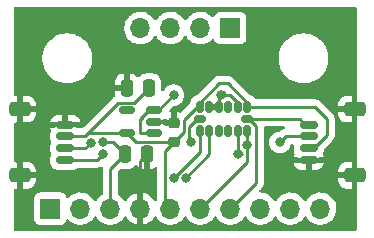
<source format=gbr>
%TF.GenerationSoftware,KiCad,Pcbnew,(6.0.5)*%
%TF.CreationDate,2022-10-11T14:38:52+01:00*%
%TF.ProjectId,IBBC_0001,49424243-5f30-4303-9031-2e6b69636164,rev?*%
%TF.SameCoordinates,Original*%
%TF.FileFunction,Copper,L1,Top*%
%TF.FilePolarity,Positive*%
%FSLAX46Y46*%
G04 Gerber Fmt 4.6, Leading zero omitted, Abs format (unit mm)*
G04 Created by KiCad (PCBNEW (6.0.5)) date 2022-10-11 14:38:52*
%MOMM*%
%LPD*%
G01*
G04 APERTURE LIST*
G04 Aperture macros list*
%AMRoundRect*
0 Rectangle with rounded corners*
0 $1 Rounding radius*
0 $2 $3 $4 $5 $6 $7 $8 $9 X,Y pos of 4 corners*
0 Add a 4 corners polygon primitive as box body*
4,1,4,$2,$3,$4,$5,$6,$7,$8,$9,$2,$3,0*
0 Add four circle primitives for the rounded corners*
1,1,$1+$1,$2,$3*
1,1,$1+$1,$4,$5*
1,1,$1+$1,$6,$7*
1,1,$1+$1,$8,$9*
0 Add four rect primitives between the rounded corners*
20,1,$1+$1,$2,$3,$4,$5,0*
20,1,$1+$1,$4,$5,$6,$7,0*
20,1,$1+$1,$6,$7,$8,$9,0*
20,1,$1+$1,$8,$9,$2,$3,0*%
G04 Aperture macros list end*
%TA.AperFunction,SMDPad,CuDef*%
%ADD10RoundRect,0.150000X0.625000X-0.150000X0.625000X0.150000X-0.625000X0.150000X-0.625000X-0.150000X0*%
%TD*%
%TA.AperFunction,SMDPad,CuDef*%
%ADD11RoundRect,0.250000X0.650000X-0.350000X0.650000X0.350000X-0.650000X0.350000X-0.650000X-0.350000X0*%
%TD*%
%TA.AperFunction,SMDPad,CuDef*%
%ADD12RoundRect,0.150000X-0.625000X0.150000X-0.625000X-0.150000X0.625000X-0.150000X0.625000X0.150000X0*%
%TD*%
%TA.AperFunction,SMDPad,CuDef*%
%ADD13RoundRect,0.250000X-0.650000X0.350000X-0.650000X-0.350000X0.650000X-0.350000X0.650000X0.350000X0*%
%TD*%
%TA.AperFunction,ComponentPad*%
%ADD14R,1.700000X1.700000*%
%TD*%
%TA.AperFunction,ComponentPad*%
%ADD15O,1.700000X1.700000*%
%TD*%
%TA.AperFunction,SMDPad,CuDef*%
%ADD16RoundRect,0.150000X-0.150000X0.325000X-0.150000X-0.325000X0.150000X-0.325000X0.150000X0.325000X0*%
%TD*%
%TA.AperFunction,SMDPad,CuDef*%
%ADD17RoundRect,0.150000X-0.325000X0.150000X-0.325000X-0.150000X0.325000X-0.150000X0.325000X0.150000X0*%
%TD*%
%TA.AperFunction,SMDPad,CuDef*%
%ADD18RoundRect,0.150000X0.512500X0.150000X-0.512500X0.150000X-0.512500X-0.150000X0.512500X-0.150000X0*%
%TD*%
%TA.AperFunction,SMDPad,CuDef*%
%ADD19RoundRect,0.225000X0.250000X-0.225000X0.250000X0.225000X-0.250000X0.225000X-0.250000X-0.225000X0*%
%TD*%
%TA.AperFunction,SMDPad,CuDef*%
%ADD20RoundRect,0.250000X0.250000X0.475000X-0.250000X0.475000X-0.250000X-0.475000X0.250000X-0.475000X0*%
%TD*%
%TA.AperFunction,SMDPad,CuDef*%
%ADD21RoundRect,0.250000X-0.250000X-0.475000X0.250000X-0.475000X0.250000X0.475000X-0.250000X0.475000X0*%
%TD*%
%TA.AperFunction,ViaPad*%
%ADD22C,0.800000*%
%TD*%
%TA.AperFunction,Conductor*%
%ADD23C,0.250000*%
%TD*%
G04 APERTURE END LIST*
D10*
%TO.P,J4,1,Pin_1*%
%TO.N,GND*%
X10452114Y-3500000D03*
%TO.P,J4,2,Pin_2*%
%TO.N,3v3*%
X10452114Y-2500000D03*
%TO.P,J4,3,Pin_3*%
%TO.N,SDA*%
X10452114Y-1500000D03*
%TO.P,J4,4,Pin_4*%
%TO.N,SCL*%
X10452114Y-500000D03*
D11*
%TO.P,J4,MP,MountPin*%
%TO.N,GND*%
X14327114Y800000D03*
X14327114Y-4800000D03*
%TD*%
D12*
%TO.P,J3,1,Pin_1*%
%TO.N,GND*%
X-10164345Y-500000D03*
%TO.P,J3,2,Pin_2*%
%TO.N,3v3*%
X-10164345Y-1500000D03*
%TO.P,J3,3,Pin_3*%
%TO.N,SDA*%
X-10164345Y-2500000D03*
%TO.P,J3,4,Pin_4*%
%TO.N,SCL*%
X-10164345Y-3500000D03*
D13*
%TO.P,J3,MP,MountPin*%
%TO.N,GND*%
X-14039345Y-4800000D03*
X-14039345Y800000D03*
%TD*%
D14*
%TO.P,J1,1,Pin_1*%
%TO.N,EX01*%
X-11430000Y-7604010D03*
D15*
%TO.P,J1,2,Pin_2*%
%TO.N,EX02*%
X-8890000Y-7604010D03*
%TO.P,J1,3,Pin_3*%
%TO.N,Vin*%
X-6350000Y-7604010D03*
%TO.P,J1,4,Pin_4*%
%TO.N,GND*%
X-3810000Y-7604010D03*
%TO.P,J1,5,Pin_5*%
%TO.N,3v3*%
X-1270000Y-7604010D03*
%TO.P,J1,6,Pin_6*%
%TO.N,SDA*%
X1270000Y-7604010D03*
%TO.P,J1,7,Pin_7*%
%TO.N,SCL*%
X3810000Y-7604010D03*
%TO.P,J1,8,Pin_8*%
%TO.N,CS*%
X6350000Y-7604010D03*
%TO.P,J1,9,Pin_9*%
%TO.N,EX03*%
X8890000Y-7604010D03*
%TO.P,J1,10,Pin_10*%
%TO.N,EX04*%
X11430000Y-7604010D03*
%TD*%
D16*
%TO.P,U2,1,Vdd_I/O*%
%TO.N,3v3*%
X5222944Y1000000D03*
%TO.P,U2,2,GND*%
%TO.N,GND*%
X4422944Y1000000D03*
%TO.P,U2,3,RES*%
%TO.N,unconnected-(U2-Pad3)*%
X3622944Y1000000D03*
%TO.P,U2,4,GND*%
%TO.N,GND*%
X2822944Y1000000D03*
%TO.P,U2,5,GND*%
X2022944Y1000000D03*
%TO.P,U2,6,Vs*%
%TO.N,3v3*%
X1222944Y1000000D03*
D17*
%TO.P,U2,7,~{CS}*%
%TO.N,CS*%
X1222944Y0D03*
D16*
%TO.P,U2,8,INT1*%
%TO.N,EX01*%
X1222944Y-1000000D03*
%TO.P,U2,9,INT2*%
%TO.N,EX02*%
X2022944Y-1000000D03*
%TO.P,U2,10,NC*%
%TO.N,unconnected-(U2-Pad10)*%
X2822944Y-1000000D03*
%TO.P,U2,11,RES*%
%TO.N,unconnected-(U2-Pad11)*%
X3622944Y-1000000D03*
%TO.P,U2,12,SDO/ADDR*%
%TO.N,EX03*%
X4422944Y-1000000D03*
%TO.P,U2,13,SDA/SDI/SDIO*%
%TO.N,SDA*%
X5222944Y-1000000D03*
D17*
%TO.P,U2,14,SCL/SCLK*%
%TO.N,SCL*%
X5222944Y0D03*
%TD*%
D18*
%TO.P,U1,5,VOUT*%
%TO.N,3v3*%
X-4955670Y-1200000D03*
%TO.P,U1,4,NC*%
%TO.N,unconnected-(U1-Pad4)*%
X-4955670Y700000D03*
%TO.P,U1,3,EN*%
%TO.N,Vin*%
X-2680670Y700000D03*
%TO.P,U1,2,GND*%
%TO.N,GND*%
X-2680670Y-250000D03*
%TO.P,U1,1,VIN*%
%TO.N,Vin*%
X-2680670Y-1200000D03*
%TD*%
D15*
%TO.P,J2,4,Pin_4*%
%TO.N,EX08*%
X-3810000Y7682089D03*
%TO.P,J2,3,Pin_3*%
%TO.N,EX07*%
X-1270000Y7682089D03*
%TO.P,J2,2,Pin_2*%
%TO.N,EX06*%
X1270000Y7682089D03*
D14*
%TO.P,J2,1,Pin_1*%
%TO.N,EX05*%
X3810000Y7682089D03*
%TD*%
D19*
%TO.P,C3,2*%
%TO.N,GND*%
X-937153Y-400000D03*
%TO.P,C3,1*%
%TO.N,3v3*%
X-937153Y-1950000D03*
%TD*%
D20*
%TO.P,C2,1*%
%TO.N,3v3*%
X-3050000Y2600000D03*
%TO.P,C2,2*%
%TO.N,GND*%
X-4950000Y2600000D03*
%TD*%
D21*
%TO.P,C1,2*%
%TO.N,GND*%
X-3210097Y-3000000D03*
%TO.P,C1,1*%
%TO.N,Vin*%
X-5110097Y-3000000D03*
%TD*%
D22*
%TO.N,CS*%
X498444Y-2010083D03*
%TO.N,SCL*%
X-7000000Y-3000000D03*
%TO.N,SDA*%
X-7999223Y-2023568D03*
%TO.N,GND*%
X3000000Y2000000D03*
%TO.N,Vin*%
X-7000000Y-2000000D03*
X-1000000Y2000000D03*
%TO.N,SDA*%
X8000000Y-2000000D03*
X5222944Y-2222944D03*
%TO.N,EX03*%
X4498444Y-3000000D03*
%TO.N,EX02*%
X12299Y-5012299D03*
%TO.N,EX01*%
X-1000000Y-5000000D03*
%TD*%
D23*
%TO.N,CS*%
X763341Y-2010083D02*
X498444Y-2010083D01*
X773424Y-2000000D02*
X763341Y-2010083D01*
X311887Y-1538463D02*
X773424Y-2000000D01*
X311887Y-688113D02*
X311887Y-1538463D01*
%TO.N,SCL*%
X-7500000Y-3500000D02*
X-7000000Y-3000000D01*
X-10164345Y-3500000D02*
X-7500000Y-3500000D01*
%TO.N,SDA*%
X-8475655Y-2500000D02*
X-10164345Y-2500000D01*
X-7999223Y-2023568D02*
X-8475655Y-2500000D01*
%TO.N,3v3*%
X-1736810Y-7137200D02*
X-1270000Y-7604010D01*
X-1736810Y-2749657D02*
X-1736810Y-7137200D01*
X-937153Y-1950000D02*
X-1736810Y-2749657D01*
%TO.N,GND*%
X2822944Y1822944D02*
X2822944Y1000000D01*
X3000000Y2000000D02*
X2822944Y1822944D01*
X3769016Y2000000D02*
X3000000Y2000000D01*
X4422944Y1346072D02*
X3769016Y2000000D01*
X4422944Y1000000D02*
X4422944Y1346072D01*
%TO.N,3v3*%
X5222944Y1346072D02*
X5222944Y1000000D01*
X1222944Y1346072D02*
X2876872Y3000000D01*
X3569016Y3000000D02*
X5222944Y1346072D01*
X1222944Y1000000D02*
X1222944Y1346072D01*
X2876872Y3000000D02*
X3569016Y3000000D01*
%TO.N,Vin*%
X-6110097Y-2000000D02*
X-5110097Y-3000000D01*
X-7000000Y-2000000D02*
X-6110097Y-2000000D01*
X-2300000Y700000D02*
X-1000000Y2000000D01*
X-2680670Y700000D02*
X-2300000Y700000D01*
%TO.N,3v3*%
X-8200000Y-1200000D02*
X-8500000Y-1500000D01*
X-4955670Y-1200000D02*
X-8200000Y-1200000D01*
X12000000Y-1398186D02*
X12000000Y0D01*
X12000000Y0D02*
X11000000Y1000000D01*
X10898186Y-2500000D02*
X12000000Y-1398186D01*
X11000000Y1000000D02*
X5222944Y1000000D01*
X10452114Y-2500000D02*
X10898186Y-2500000D01*
%TO.N,SDA*%
X8500000Y-1500000D02*
X10164345Y-1500000D01*
X8000000Y-2000000D02*
X8500000Y-1500000D01*
X5222944Y-3651066D02*
X1270000Y-7604010D01*
X5222944Y-1000000D02*
X5222944Y-3651066D01*
%TO.N,EX03*%
X4773424Y-3000000D02*
X4498444Y-3000000D01*
X4422944Y-2649520D02*
X4773424Y-3000000D01*
X4422944Y-1000000D02*
X4422944Y-2649520D01*
%TO.N,CS*%
X1000000Y0D02*
X311887Y-688113D01*
X1222944Y0D02*
X1000000Y0D01*
%TO.N,EX02*%
X2000000Y-1000000D02*
X2022944Y-1000000D01*
X2000000Y-3024598D02*
X2000000Y-1000000D01*
X12299Y-5012299D02*
X2000000Y-3024598D01*
%TO.N,EX01*%
X1222944Y-2777056D02*
X-1000000Y-5000000D01*
X1222944Y-1000000D02*
X1222944Y-2777056D01*
%TO.N,3v3*%
X-8500000Y-1500000D02*
X-10164345Y-1500000D01*
X-5675480Y1324520D02*
X-8500000Y-1500000D01*
X-3050000Y2600000D02*
X-4325480Y1324520D01*
X-4325480Y1324520D02*
X-5675480Y1324520D01*
%TO.N,GND*%
X-3810000Y-3599903D02*
X-3810000Y-7604010D01*
X-3210097Y-3000000D02*
X-3810000Y-3599903D01*
%TO.N,Vin*%
X-3764242Y0D02*
X-3064242Y700000D01*
%TO.N,3v3*%
X-4205670Y-1950000D02*
X-937153Y-1950000D01*
X-4955670Y-1200000D02*
X-4205670Y-1950000D01*
%TO.N,GND*%
X2022944Y1000000D02*
X2822944Y1000000D01*
X2022944Y1346072D02*
X2022944Y1000000D01*
X-937153Y-400000D02*
X-937153Y-14025D01*
%TO.N,3v3*%
X-137633Y-137633D02*
X1000000Y1000000D01*
X-137633Y-1150480D02*
X-137633Y-137633D01*
X-937153Y-1950000D02*
X-137633Y-1150480D01*
X1000000Y1000000D02*
X1222944Y1000000D01*
%TO.N,GND*%
X-1087153Y-250000D02*
X-937153Y-400000D01*
X-2680670Y-250000D02*
X-1087153Y-250000D01*
%TO.N,Vin*%
X-3064242Y700000D02*
X-2680670Y700000D01*
X-3800000Y-35758D02*
X-3064242Y700000D01*
X-3800000Y-1200000D02*
X-3800000Y-35758D01*
X-2680670Y-1200000D02*
X-3800000Y-1200000D01*
X-3310097Y-1200000D02*
X-2680670Y-1200000D01*
X-6350000Y-4239903D02*
X-6350000Y-7604010D01*
X-5110097Y-3000000D02*
X-6350000Y-4239903D01*
%TO.N,SCL*%
X9664345Y0D02*
X10164345Y-500000D01*
X5222944Y0D02*
X9664345Y0D01*
X6000000Y-630984D02*
X6000000Y-5414010D01*
X5369016Y0D02*
X6000000Y-630984D01*
X6000000Y-5414010D02*
X3810000Y-7604010D01*
X5222944Y0D02*
X5369016Y0D01*
%TD*%
%TA.AperFunction,Conductor*%
%TO.N,GND*%
G36*
X14433621Y9471498D02*
G01*
X14480114Y9417842D01*
X14491500Y9365500D01*
X14491500Y-9365500D01*
X14471498Y-9433621D01*
X14417842Y-9480114D01*
X14365500Y-9491500D01*
X-14365500Y-9491500D01*
X-14433621Y-9471498D01*
X-14480114Y-9417842D01*
X-14491500Y-9365500D01*
X-14491500Y-8502144D01*
X-12788500Y-8502144D01*
X-12781745Y-8564326D01*
X-12730615Y-8700715D01*
X-12643261Y-8817271D01*
X-12526705Y-8904625D01*
X-12390316Y-8955755D01*
X-12328134Y-8962510D01*
X-10531866Y-8962510D01*
X-10469684Y-8955755D01*
X-10333295Y-8904625D01*
X-10216739Y-8817271D01*
X-10129385Y-8700715D01*
X-10107201Y-8641539D01*
X-10085402Y-8583392D01*
X-10042760Y-8526628D01*
X-9976198Y-8501928D01*
X-9906850Y-8517136D01*
X-9872183Y-8545124D01*
X-9843750Y-8577948D01*
X-9671874Y-8720642D01*
X-9479000Y-8833348D01*
X-9270308Y-8913040D01*
X-9265240Y-8914071D01*
X-9265237Y-8914072D01*
X-9170138Y-8933420D01*
X-9051403Y-8957577D01*
X-9046228Y-8957767D01*
X-9046226Y-8957767D01*
X-8833327Y-8965574D01*
X-8833323Y-8965574D01*
X-8828163Y-8965763D01*
X-8823043Y-8965107D01*
X-8823041Y-8965107D01*
X-8611712Y-8938035D01*
X-8611711Y-8938035D01*
X-8606584Y-8937378D01*
X-8601634Y-8935893D01*
X-8397571Y-8874671D01*
X-8397566Y-8874669D01*
X-8392616Y-8873184D01*
X-8192006Y-8774906D01*
X-8010140Y-8645183D01*
X-7851904Y-8487499D01*
X-7721547Y-8306087D01*
X-7720224Y-8307038D01*
X-7673355Y-8263867D01*
X-7603420Y-8251635D01*
X-7537974Y-8279154D01*
X-7510125Y-8311004D01*
X-7450013Y-8409098D01*
X-7303750Y-8577948D01*
X-7131874Y-8720642D01*
X-6939000Y-8833348D01*
X-6730308Y-8913040D01*
X-6725240Y-8914071D01*
X-6725237Y-8914072D01*
X-6630138Y-8933420D01*
X-6511403Y-8957577D01*
X-6506228Y-8957767D01*
X-6506226Y-8957767D01*
X-6293327Y-8965574D01*
X-6293323Y-8965574D01*
X-6288163Y-8965763D01*
X-6283043Y-8965107D01*
X-6283041Y-8965107D01*
X-6071712Y-8938035D01*
X-6071711Y-8938035D01*
X-6066584Y-8937378D01*
X-6061634Y-8935893D01*
X-5857571Y-8874671D01*
X-5857566Y-8874669D01*
X-5852616Y-8873184D01*
X-5652006Y-8774906D01*
X-5470140Y-8645183D01*
X-5311904Y-8487499D01*
X-5181547Y-8306087D01*
X-5180360Y-8306940D01*
X-5133040Y-8263372D01*
X-5063103Y-8251155D01*
X-4997662Y-8278688D01*
X-4969834Y-8310521D01*
X-4912306Y-8404398D01*
X-4906223Y-8412709D01*
X-4766787Y-8573677D01*
X-4759420Y-8580893D01*
X-4595566Y-8716926D01*
X-4587119Y-8722841D01*
X-4403244Y-8830289D01*
X-4393958Y-8834739D01*
X-4194999Y-8910713D01*
X-4185101Y-8913589D01*
X-4081750Y-8934616D01*
X-4067701Y-8933420D01*
X-4064000Y-8923075D01*
X-4064000Y-6287112D01*
X-4067918Y-6273768D01*
X-4082194Y-6271781D01*
X-4120676Y-6277670D01*
X-4130712Y-6280061D01*
X-4333132Y-6346222D01*
X-4342641Y-6350219D01*
X-4531537Y-6448552D01*
X-4540262Y-6454046D01*
X-4710567Y-6581915D01*
X-4718274Y-6588758D01*
X-4865410Y-6742727D01*
X-4871891Y-6750732D01*
X-4976502Y-6904084D01*
X-5031413Y-6949086D01*
X-5101938Y-6957257D01*
X-5165685Y-6926003D01*
X-5186382Y-6901519D01*
X-5267178Y-6776627D01*
X-5267180Y-6776624D01*
X-5269986Y-6772287D01*
X-5420330Y-6607061D01*
X-5424381Y-6603862D01*
X-5424385Y-6603858D01*
X-5591586Y-6471810D01*
X-5591590Y-6471808D01*
X-5595641Y-6468608D01*
X-5600165Y-6466111D01*
X-5600169Y-6466108D01*
X-5651392Y-6437832D01*
X-5701364Y-6387400D01*
X-5716500Y-6327523D01*
X-5716500Y-4554497D01*
X-5696498Y-4486376D01*
X-5679595Y-4465402D01*
X-5484598Y-4270405D01*
X-5422286Y-4236379D01*
X-5395503Y-4233500D01*
X-4809697Y-4233500D01*
X-4806451Y-4233163D01*
X-4806447Y-4233163D01*
X-4710789Y-4223238D01*
X-4710785Y-4223237D01*
X-4703931Y-4222526D01*
X-4697395Y-4220345D01*
X-4697393Y-4220345D01*
X-4543099Y-4168868D01*
X-4536151Y-4166550D01*
X-4385749Y-4073478D01*
X-4260792Y-3948303D01*
X-4257995Y-3943765D01*
X-4200744Y-3903176D01*
X-4129821Y-3899946D01*
X-4068410Y-3935572D01*
X-4061035Y-3944068D01*
X-4052999Y-3954207D01*
X-3938268Y-4068739D01*
X-3926857Y-4077751D01*
X-3788854Y-4162816D01*
X-3775673Y-4168963D01*
X-3621387Y-4220138D01*
X-3608011Y-4223005D01*
X-3513659Y-4232672D01*
X-3507243Y-4233000D01*
X-3482212Y-4233000D01*
X-3466973Y-4228525D01*
X-3465768Y-4227135D01*
X-3464097Y-4219452D01*
X-3464097Y-2872000D01*
X-3444095Y-2803879D01*
X-3390439Y-2757386D01*
X-3338097Y-2746000D01*
X-3082097Y-2746000D01*
X-3013976Y-2766002D01*
X-2967483Y-2819658D01*
X-2956097Y-2872000D01*
X-2956097Y-4214884D01*
X-2951622Y-4230123D01*
X-2950232Y-4231328D01*
X-2942549Y-4232999D01*
X-2913002Y-4232999D01*
X-2906483Y-4232662D01*
X-2810891Y-4222743D01*
X-2797497Y-4219851D01*
X-2643313Y-4168412D01*
X-2630134Y-4162238D01*
X-2562613Y-4120455D01*
X-2494161Y-4101617D01*
X-2426391Y-4122778D01*
X-2380820Y-4177219D01*
X-2370310Y-4227599D01*
X-2370310Y-6767280D01*
X-2392220Y-6838281D01*
X-2437104Y-6904078D01*
X-2492013Y-6949079D01*
X-2562538Y-6957250D01*
X-2626285Y-6925996D01*
X-2646982Y-6901512D01*
X-2727574Y-6776936D01*
X-2733864Y-6768767D01*
X-2877194Y-6611250D01*
X-2884727Y-6604225D01*
X-3051861Y-6472232D01*
X-3060448Y-6466527D01*
X-3246883Y-6363609D01*
X-3256295Y-6359379D01*
X-3457041Y-6288290D01*
X-3467012Y-6285656D01*
X-3538163Y-6272982D01*
X-3551460Y-6274442D01*
X-3556000Y-6288999D01*
X-3556000Y-8922527D01*
X-3551936Y-8936369D01*
X-3538522Y-8938403D01*
X-3531816Y-8937544D01*
X-3521738Y-8935402D01*
X-3317745Y-8874201D01*
X-3308158Y-8870443D01*
X-3116905Y-8776749D01*
X-3108055Y-8771474D01*
X-2934672Y-8647802D01*
X-2926800Y-8641149D01*
X-2775948Y-8490822D01*
X-2769270Y-8482975D01*
X-2641978Y-8305829D01*
X-2640721Y-8306732D01*
X-2593627Y-8263372D01*
X-2523689Y-8251155D01*
X-2458249Y-8278688D01*
X-2430421Y-8310521D01*
X-2370013Y-8409098D01*
X-2223750Y-8577948D01*
X-2051874Y-8720642D01*
X-1859000Y-8833348D01*
X-1650308Y-8913040D01*
X-1645240Y-8914071D01*
X-1645237Y-8914072D01*
X-1550138Y-8933420D01*
X-1431403Y-8957577D01*
X-1426228Y-8957767D01*
X-1426226Y-8957767D01*
X-1213327Y-8965574D01*
X-1213323Y-8965574D01*
X-1208163Y-8965763D01*
X-1203043Y-8965107D01*
X-1203041Y-8965107D01*
X-991712Y-8938035D01*
X-991711Y-8938035D01*
X-986584Y-8937378D01*
X-981634Y-8935893D01*
X-777571Y-8874671D01*
X-777566Y-8874669D01*
X-772616Y-8873184D01*
X-572006Y-8774906D01*
X-390140Y-8645183D01*
X-231904Y-8487499D01*
X-101547Y-8306087D01*
X-100224Y-8307038D01*
X-53355Y-8263867D01*
X16580Y-8251635D01*
X82026Y-8279154D01*
X109875Y-8311004D01*
X169987Y-8409098D01*
X316250Y-8577948D01*
X488126Y-8720642D01*
X681000Y-8833348D01*
X889692Y-8913040D01*
X894760Y-8914071D01*
X894763Y-8914072D01*
X989862Y-8933420D01*
X1108597Y-8957577D01*
X1113772Y-8957767D01*
X1113774Y-8957767D01*
X1326673Y-8965574D01*
X1326677Y-8965574D01*
X1331837Y-8965763D01*
X1336957Y-8965107D01*
X1336959Y-8965107D01*
X1548288Y-8938035D01*
X1548289Y-8938035D01*
X1553416Y-8937378D01*
X1558366Y-8935893D01*
X1762429Y-8874671D01*
X1762434Y-8874669D01*
X1767384Y-8873184D01*
X1967994Y-8774906D01*
X2149860Y-8645183D01*
X2308096Y-8487499D01*
X2438453Y-8306087D01*
X2439776Y-8307038D01*
X2486645Y-8263867D01*
X2556580Y-8251635D01*
X2622026Y-8279154D01*
X2649875Y-8311004D01*
X2709987Y-8409098D01*
X2856250Y-8577948D01*
X3028126Y-8720642D01*
X3221000Y-8833348D01*
X3429692Y-8913040D01*
X3434760Y-8914071D01*
X3434763Y-8914072D01*
X3529862Y-8933420D01*
X3648597Y-8957577D01*
X3653772Y-8957767D01*
X3653774Y-8957767D01*
X3866673Y-8965574D01*
X3866677Y-8965574D01*
X3871837Y-8965763D01*
X3876957Y-8965107D01*
X3876959Y-8965107D01*
X4088288Y-8938035D01*
X4088289Y-8938035D01*
X4093416Y-8937378D01*
X4098366Y-8935893D01*
X4302429Y-8874671D01*
X4302434Y-8874669D01*
X4307384Y-8873184D01*
X4507994Y-8774906D01*
X4689860Y-8645183D01*
X4848096Y-8487499D01*
X4978453Y-8306087D01*
X4979776Y-8307038D01*
X5026645Y-8263867D01*
X5096580Y-8251635D01*
X5162026Y-8279154D01*
X5189875Y-8311004D01*
X5249987Y-8409098D01*
X5396250Y-8577948D01*
X5568126Y-8720642D01*
X5761000Y-8833348D01*
X5969692Y-8913040D01*
X5974760Y-8914071D01*
X5974763Y-8914072D01*
X6069862Y-8933420D01*
X6188597Y-8957577D01*
X6193772Y-8957767D01*
X6193774Y-8957767D01*
X6406673Y-8965574D01*
X6406677Y-8965574D01*
X6411837Y-8965763D01*
X6416957Y-8965107D01*
X6416959Y-8965107D01*
X6628288Y-8938035D01*
X6628289Y-8938035D01*
X6633416Y-8937378D01*
X6638366Y-8935893D01*
X6842429Y-8874671D01*
X6842434Y-8874669D01*
X6847384Y-8873184D01*
X7047994Y-8774906D01*
X7229860Y-8645183D01*
X7388096Y-8487499D01*
X7518453Y-8306087D01*
X7519776Y-8307038D01*
X7566645Y-8263867D01*
X7636580Y-8251635D01*
X7702026Y-8279154D01*
X7729875Y-8311004D01*
X7789987Y-8409098D01*
X7936250Y-8577948D01*
X8108126Y-8720642D01*
X8301000Y-8833348D01*
X8509692Y-8913040D01*
X8514760Y-8914071D01*
X8514763Y-8914072D01*
X8609862Y-8933420D01*
X8728597Y-8957577D01*
X8733772Y-8957767D01*
X8733774Y-8957767D01*
X8946673Y-8965574D01*
X8946677Y-8965574D01*
X8951837Y-8965763D01*
X8956957Y-8965107D01*
X8956959Y-8965107D01*
X9168288Y-8938035D01*
X9168289Y-8938035D01*
X9173416Y-8937378D01*
X9178366Y-8935893D01*
X9382429Y-8874671D01*
X9382434Y-8874669D01*
X9387384Y-8873184D01*
X9587994Y-8774906D01*
X9769860Y-8645183D01*
X9928096Y-8487499D01*
X10058453Y-8306087D01*
X10059776Y-8307038D01*
X10106645Y-8263867D01*
X10176580Y-8251635D01*
X10242026Y-8279154D01*
X10269875Y-8311004D01*
X10329987Y-8409098D01*
X10476250Y-8577948D01*
X10648126Y-8720642D01*
X10841000Y-8833348D01*
X11049692Y-8913040D01*
X11054760Y-8914071D01*
X11054763Y-8914072D01*
X11149862Y-8933420D01*
X11268597Y-8957577D01*
X11273772Y-8957767D01*
X11273774Y-8957767D01*
X11486673Y-8965574D01*
X11486677Y-8965574D01*
X11491837Y-8965763D01*
X11496957Y-8965107D01*
X11496959Y-8965107D01*
X11708288Y-8938035D01*
X11708289Y-8938035D01*
X11713416Y-8937378D01*
X11718366Y-8935893D01*
X11922429Y-8874671D01*
X11922434Y-8874669D01*
X11927384Y-8873184D01*
X12127994Y-8774906D01*
X12309860Y-8645183D01*
X12468096Y-8487499D01*
X12598453Y-8306087D01*
X12611995Y-8278688D01*
X12695136Y-8110463D01*
X12695137Y-8110461D01*
X12697430Y-8105821D01*
X12762370Y-7892079D01*
X12791529Y-7670600D01*
X12793156Y-7604010D01*
X12774852Y-7381371D01*
X12720431Y-7164712D01*
X12631354Y-6959850D01*
X12591906Y-6898872D01*
X12512822Y-6776627D01*
X12512820Y-6776624D01*
X12510014Y-6772287D01*
X12359670Y-6607061D01*
X12355619Y-6603862D01*
X12355615Y-6603858D01*
X12188414Y-6471810D01*
X12188410Y-6471808D01*
X12184359Y-6468608D01*
X12179831Y-6466108D01*
X12063988Y-6402160D01*
X11988789Y-6360648D01*
X11983920Y-6358924D01*
X11983916Y-6358922D01*
X11783087Y-6287805D01*
X11783083Y-6287804D01*
X11778212Y-6286079D01*
X11773119Y-6285172D01*
X11773116Y-6285171D01*
X11563373Y-6247810D01*
X11563367Y-6247809D01*
X11558284Y-6246904D01*
X11484452Y-6246002D01*
X11340081Y-6244238D01*
X11340079Y-6244238D01*
X11334911Y-6244175D01*
X11114091Y-6277965D01*
X10901756Y-6347367D01*
X10828757Y-6385368D01*
X10727975Y-6437832D01*
X10703607Y-6450517D01*
X10699474Y-6453620D01*
X10699471Y-6453622D01*
X10529100Y-6581540D01*
X10524965Y-6584645D01*
X10521393Y-6588383D01*
X10413729Y-6701047D01*
X10370629Y-6746148D01*
X10263201Y-6903631D01*
X10208293Y-6948631D01*
X10137768Y-6956802D01*
X10074021Y-6925548D01*
X10053324Y-6901064D01*
X9972822Y-6776627D01*
X9972820Y-6776624D01*
X9970014Y-6772287D01*
X9819670Y-6607061D01*
X9815619Y-6603862D01*
X9815615Y-6603858D01*
X9648414Y-6471810D01*
X9648410Y-6471808D01*
X9644359Y-6468608D01*
X9639831Y-6466108D01*
X9523988Y-6402160D01*
X9448789Y-6360648D01*
X9443920Y-6358924D01*
X9443916Y-6358922D01*
X9243087Y-6287805D01*
X9243083Y-6287804D01*
X9238212Y-6286079D01*
X9233119Y-6285172D01*
X9233116Y-6285171D01*
X9023373Y-6247810D01*
X9023367Y-6247809D01*
X9018284Y-6246904D01*
X8944452Y-6246002D01*
X8800081Y-6244238D01*
X8800079Y-6244238D01*
X8794911Y-6244175D01*
X8574091Y-6277965D01*
X8361756Y-6347367D01*
X8288757Y-6385368D01*
X8187975Y-6437832D01*
X8163607Y-6450517D01*
X8159474Y-6453620D01*
X8159471Y-6453622D01*
X7989100Y-6581540D01*
X7984965Y-6584645D01*
X7981393Y-6588383D01*
X7873729Y-6701047D01*
X7830629Y-6746148D01*
X7723201Y-6903631D01*
X7668293Y-6948631D01*
X7597768Y-6956802D01*
X7534021Y-6925548D01*
X7513324Y-6901064D01*
X7432822Y-6776627D01*
X7432820Y-6776624D01*
X7430014Y-6772287D01*
X7279670Y-6607061D01*
X7275619Y-6603862D01*
X7275615Y-6603858D01*
X7108414Y-6471810D01*
X7108410Y-6471808D01*
X7104359Y-6468608D01*
X7099831Y-6466108D01*
X6983988Y-6402160D01*
X6908789Y-6360648D01*
X6903920Y-6358924D01*
X6903916Y-6358922D01*
X6703087Y-6287805D01*
X6703083Y-6287804D01*
X6698212Y-6286079D01*
X6693119Y-6285172D01*
X6693116Y-6285171D01*
X6483373Y-6247810D01*
X6483367Y-6247809D01*
X6478284Y-6246904D01*
X6367009Y-6245545D01*
X6299140Y-6224712D01*
X6253306Y-6170493D01*
X6244061Y-6100101D01*
X6274340Y-6035885D01*
X6279455Y-6030459D01*
X6392247Y-5917667D01*
X6400537Y-5910123D01*
X6407018Y-5906010D01*
X6453659Y-5856342D01*
X6456413Y-5853501D01*
X6476135Y-5833779D01*
X6478619Y-5830577D01*
X6486317Y-5821565D01*
X6511161Y-5795108D01*
X6516586Y-5789331D01*
X6526347Y-5771576D01*
X6537198Y-5755057D01*
X6549614Y-5739051D01*
X6567174Y-5698473D01*
X6572391Y-5687823D01*
X6593695Y-5649070D01*
X6598733Y-5629447D01*
X6605137Y-5610744D01*
X6610033Y-5599430D01*
X6610033Y-5599429D01*
X6613181Y-5592155D01*
X6614420Y-5584332D01*
X6614423Y-5584322D01*
X6620099Y-5548486D01*
X6622505Y-5536866D01*
X6631528Y-5501721D01*
X6631528Y-5501720D01*
X6633500Y-5494040D01*
X6633500Y-5473786D01*
X6635051Y-5454075D01*
X6636980Y-5441896D01*
X6638220Y-5434067D01*
X6634059Y-5390048D01*
X6633500Y-5378191D01*
X6633500Y-5197095D01*
X12919115Y-5197095D01*
X12919452Y-5203614D01*
X12929371Y-5299206D01*
X12932263Y-5312600D01*
X12983702Y-5466784D01*
X12989875Y-5479962D01*
X13075177Y-5617807D01*
X13084213Y-5629208D01*
X13198943Y-5743739D01*
X13210354Y-5752751D01*
X13348357Y-5837816D01*
X13361538Y-5843963D01*
X13515824Y-5895138D01*
X13529200Y-5898005D01*
X13623552Y-5907672D01*
X13629968Y-5908000D01*
X14054999Y-5908000D01*
X14070238Y-5903525D01*
X14071443Y-5902135D01*
X14073114Y-5894452D01*
X14073114Y-5072115D01*
X14068639Y-5056876D01*
X14067249Y-5055671D01*
X14059566Y-5054000D01*
X12937230Y-5054000D01*
X12921991Y-5058475D01*
X12920786Y-5059865D01*
X12919115Y-5067548D01*
X12919115Y-5197095D01*
X6633500Y-5197095D01*
X6633500Y-4527885D01*
X12919114Y-4527885D01*
X12923589Y-4543124D01*
X12924979Y-4544329D01*
X12932662Y-4546000D01*
X14054999Y-4546000D01*
X14070238Y-4541525D01*
X14071443Y-4540135D01*
X14073114Y-4532452D01*
X14073114Y-3710116D01*
X14068639Y-3694877D01*
X14067249Y-3693672D01*
X14059566Y-3692001D01*
X13630019Y-3692001D01*
X13623500Y-3692338D01*
X13527908Y-3702257D01*
X13514514Y-3705149D01*
X13360330Y-3756588D01*
X13347152Y-3762761D01*
X13209307Y-3848063D01*
X13197906Y-3857099D01*
X13083375Y-3971829D01*
X13074363Y-3983240D01*
X12989298Y-4121243D01*
X12983151Y-4134424D01*
X12931976Y-4288710D01*
X12929109Y-4302086D01*
X12919442Y-4396438D01*
X12919114Y-4402855D01*
X12919114Y-4527885D01*
X6633500Y-4527885D01*
X6633500Y-3765871D01*
X9175570Y-3765871D01*
X9216221Y-3905790D01*
X9222466Y-3920221D01*
X9299025Y-4049678D01*
X9308665Y-4062104D01*
X9415010Y-4168449D01*
X9427436Y-4178089D01*
X9556893Y-4254648D01*
X9571324Y-4260893D01*
X9717179Y-4303269D01*
X9729781Y-4305570D01*
X9758198Y-4307807D01*
X9763128Y-4308000D01*
X10179999Y-4308000D01*
X10195238Y-4303525D01*
X10196443Y-4302135D01*
X10198114Y-4294452D01*
X10198114Y-4289884D01*
X10706114Y-4289884D01*
X10710589Y-4305123D01*
X10711979Y-4306328D01*
X10719662Y-4307999D01*
X11141098Y-4307999D01*
X11146034Y-4307805D01*
X11174450Y-4305570D01*
X11187045Y-4303270D01*
X11332904Y-4260893D01*
X11347335Y-4254648D01*
X11476792Y-4178089D01*
X11489218Y-4168449D01*
X11595563Y-4062104D01*
X11605203Y-4049678D01*
X11681762Y-3920221D01*
X11688007Y-3905790D01*
X11727053Y-3771395D01*
X11727013Y-3757294D01*
X11719744Y-3754000D01*
X10724229Y-3754000D01*
X10708990Y-3758475D01*
X10707785Y-3759865D01*
X10706114Y-3767548D01*
X10706114Y-4289884D01*
X10198114Y-4289884D01*
X10198114Y-3772115D01*
X10193639Y-3756876D01*
X10192249Y-3755671D01*
X10184566Y-3754000D01*
X9190236Y-3754000D01*
X9176705Y-3757973D01*
X9175570Y-3765871D01*
X6633500Y-3765871D01*
X6633500Y-759500D01*
X6653502Y-691379D01*
X6707158Y-644886D01*
X6759500Y-633500D01*
X8313802Y-633500D01*
X8381923Y-653502D01*
X8428416Y-707158D01*
X8438520Y-777432D01*
X8409026Y-842012D01*
X8346178Y-880898D01*
X8341203Y-881526D01*
X8333836Y-884443D01*
X8333831Y-884444D01*
X8300092Y-897802D01*
X8288865Y-901646D01*
X8246407Y-913982D01*
X8239581Y-918019D01*
X8228972Y-924293D01*
X8211224Y-932988D01*
X8192383Y-940448D01*
X8185967Y-945110D01*
X8185966Y-945110D01*
X8156613Y-966436D01*
X8146693Y-972952D01*
X8115465Y-991420D01*
X8115462Y-991422D01*
X8108638Y-995458D01*
X8094317Y-1009779D01*
X8079284Y-1022619D01*
X8062893Y-1034528D01*
X8057840Y-1040636D01*
X8057838Y-1040638D01*
X8053557Y-1045813D01*
X7994725Y-1085553D01*
X7956471Y-1091500D01*
X7904513Y-1091500D01*
X7898061Y-1092872D01*
X7898056Y-1092872D01*
X7811113Y-1111353D01*
X7717712Y-1131206D01*
X7711682Y-1133891D01*
X7711681Y-1133891D01*
X7549278Y-1206197D01*
X7549276Y-1206198D01*
X7543248Y-1208882D01*
X7388747Y-1321134D01*
X7384326Y-1326044D01*
X7384325Y-1326045D01*
X7265547Y-1457962D01*
X7260960Y-1463056D01*
X7247773Y-1485897D01*
X7195561Y-1576331D01*
X7165473Y-1628444D01*
X7106458Y-1810072D01*
X7105768Y-1816633D01*
X7105768Y-1816635D01*
X7096377Y-1905988D01*
X7086496Y-2000000D01*
X7087186Y-2006565D01*
X7102630Y-2153502D01*
X7106458Y-2189928D01*
X7165473Y-2371556D01*
X7260960Y-2536944D01*
X7265378Y-2541851D01*
X7265379Y-2541852D01*
X7336686Y-2621046D01*
X7388747Y-2678866D01*
X7543248Y-2791118D01*
X7549276Y-2793802D01*
X7549278Y-2793803D01*
X7682422Y-2853082D01*
X7717712Y-2868794D01*
X7811112Y-2888647D01*
X7898056Y-2907128D01*
X7898061Y-2907128D01*
X7904513Y-2908500D01*
X8095487Y-2908500D01*
X8101939Y-2907128D01*
X8101944Y-2907128D01*
X8188888Y-2888647D01*
X8282288Y-2868794D01*
X8317578Y-2853082D01*
X8450722Y-2793803D01*
X8450724Y-2793802D01*
X8456752Y-2791118D01*
X8611253Y-2678866D01*
X8663314Y-2621046D01*
X8734621Y-2541852D01*
X8734622Y-2541851D01*
X8739040Y-2536944D01*
X8834527Y-2371556D01*
X8883588Y-2220563D01*
X8923662Y-2161958D01*
X8989059Y-2134321D01*
X9003421Y-2133500D01*
X9044113Y-2133500D01*
X9112234Y-2153502D01*
X9158727Y-2207158D01*
X9169724Y-2269389D01*
X9168808Y-2281024D01*
X9168807Y-2281042D01*
X9168614Y-2283498D01*
X9168614Y-2716502D01*
X9168807Y-2718950D01*
X9168807Y-2718958D01*
X9170936Y-2746000D01*
X9171552Y-2753831D01*
X9217969Y-2913601D01*
X9231424Y-2936351D01*
X9248884Y-3005165D01*
X9231425Y-3064630D01*
X9222466Y-3079779D01*
X9216221Y-3094210D01*
X9177175Y-3228605D01*
X9177215Y-3242706D01*
X9184484Y-3246000D01*
X9509544Y-3246000D01*
X9558389Y-3256115D01*
X9563513Y-3259145D01*
X9571121Y-3261355D01*
X9571125Y-3261357D01*
X9647337Y-3283498D01*
X9723283Y-3305562D01*
X9729688Y-3306066D01*
X9729693Y-3306067D01*
X9758156Y-3308307D01*
X9758164Y-3308307D01*
X9760612Y-3308500D01*
X11143616Y-3308500D01*
X11146064Y-3308307D01*
X11146072Y-3308307D01*
X11174535Y-3306067D01*
X11174540Y-3306066D01*
X11180945Y-3305562D01*
X11256891Y-3283498D01*
X11333103Y-3261357D01*
X11333107Y-3261355D01*
X11340715Y-3259145D01*
X11345839Y-3256115D01*
X11394684Y-3246000D01*
X11713992Y-3246000D01*
X11727523Y-3242027D01*
X11728658Y-3234129D01*
X11688007Y-3094210D01*
X11681762Y-3079779D01*
X11672803Y-3064630D01*
X11655344Y-2995814D01*
X11672804Y-2936352D01*
X11686259Y-2913601D01*
X11732676Y-2753831D01*
X11733293Y-2746000D01*
X11735421Y-2718958D01*
X11735421Y-2718950D01*
X11735614Y-2716502D01*
X11735614Y-2610666D01*
X11755616Y-2542545D01*
X11772519Y-2521571D01*
X12392247Y-1901843D01*
X12400537Y-1894299D01*
X12407018Y-1890186D01*
X12453659Y-1840518D01*
X12456413Y-1837677D01*
X12476134Y-1817956D01*
X12478612Y-1814761D01*
X12486318Y-1805739D01*
X12511158Y-1779287D01*
X12516586Y-1773507D01*
X12526346Y-1755754D01*
X12537199Y-1739231D01*
X12544753Y-1729492D01*
X12549613Y-1723227D01*
X12567176Y-1682643D01*
X12572383Y-1672013D01*
X12593695Y-1633246D01*
X12595666Y-1625569D01*
X12595668Y-1625564D01*
X12598732Y-1613628D01*
X12605138Y-1594916D01*
X12610033Y-1583605D01*
X12613181Y-1576331D01*
X12614421Y-1568503D01*
X12614423Y-1568496D01*
X12620099Y-1532662D01*
X12622505Y-1521042D01*
X12631528Y-1485897D01*
X12631528Y-1485896D01*
X12633500Y-1478216D01*
X12633500Y-1457962D01*
X12635051Y-1438251D01*
X12636980Y-1426072D01*
X12638220Y-1418243D01*
X12634059Y-1374224D01*
X12633500Y-1362367D01*
X12633500Y-78768D01*
X12634027Y-67585D01*
X12635702Y-60092D01*
X12633562Y7999D01*
X12633500Y11956D01*
X12633500Y39856D01*
X12632996Y43847D01*
X12632063Y55689D01*
X12631862Y62104D01*
X12630674Y99889D01*
X12625021Y119348D01*
X12621012Y138707D01*
X12620846Y140017D01*
X12618474Y158797D01*
X12615558Y166163D01*
X12615556Y166169D01*
X12602200Y199902D01*
X12598355Y211132D01*
X12588230Y245983D01*
X12588230Y245984D01*
X12586019Y253593D01*
X12575705Y271034D01*
X12567008Y288787D01*
X12562472Y300242D01*
X12559552Y307617D01*
X12533563Y343388D01*
X12527047Y353308D01*
X12508578Y384537D01*
X12504542Y391362D01*
X12492999Y402905D01*
X12919115Y402905D01*
X12919452Y396386D01*
X12929371Y300794D01*
X12932263Y287400D01*
X12983702Y133216D01*
X12989875Y120038D01*
X13075177Y-17807D01*
X13084213Y-29208D01*
X13198943Y-143739D01*
X13210354Y-152751D01*
X13348357Y-237816D01*
X13361538Y-243963D01*
X13515824Y-295138D01*
X13529200Y-298005D01*
X13623552Y-307672D01*
X13629968Y-308000D01*
X14054999Y-308000D01*
X14070238Y-303525D01*
X14071443Y-302135D01*
X14073114Y-294452D01*
X14073114Y527885D01*
X14068639Y543124D01*
X14067249Y544329D01*
X14059566Y546000D01*
X12937230Y546000D01*
X12921991Y541525D01*
X12920786Y540135D01*
X12919115Y532452D01*
X12919115Y402905D01*
X12492999Y402905D01*
X12490221Y405683D01*
X12477380Y420717D01*
X12470131Y430694D01*
X12465472Y437107D01*
X12459368Y442157D01*
X12459363Y442162D01*
X12431402Y465293D01*
X12422621Y473283D01*
X11823790Y1072115D01*
X12919114Y1072115D01*
X12923589Y1056876D01*
X12924979Y1055671D01*
X12932662Y1054000D01*
X14054999Y1054000D01*
X14070238Y1058475D01*
X14071443Y1059865D01*
X14073114Y1067548D01*
X14073114Y1889884D01*
X14068639Y1905123D01*
X14067249Y1906328D01*
X14059566Y1907999D01*
X13630019Y1907999D01*
X13623500Y1907662D01*
X13527908Y1897743D01*
X13514514Y1894851D01*
X13360330Y1843412D01*
X13347152Y1837239D01*
X13209307Y1751937D01*
X13197906Y1742901D01*
X13083375Y1628171D01*
X13074363Y1616760D01*
X12989298Y1478757D01*
X12983151Y1465576D01*
X12931976Y1311290D01*
X12929109Y1297914D01*
X12919442Y1203562D01*
X12919114Y1197146D01*
X12919114Y1072115D01*
X11823790Y1072115D01*
X11503647Y1392258D01*
X11496113Y1400537D01*
X11492000Y1407018D01*
X11442348Y1453644D01*
X11439507Y1456398D01*
X11419770Y1476135D01*
X11416573Y1478615D01*
X11407551Y1486320D01*
X11381100Y1511159D01*
X11375321Y1516586D01*
X11368375Y1520405D01*
X11368372Y1520407D01*
X11357566Y1526348D01*
X11341047Y1537199D01*
X11340583Y1537559D01*
X11325041Y1549614D01*
X11317772Y1552759D01*
X11317768Y1552762D01*
X11284463Y1567174D01*
X11273813Y1572391D01*
X11235060Y1593695D01*
X11215437Y1598733D01*
X11196734Y1605137D01*
X11185420Y1610033D01*
X11185419Y1610033D01*
X11178145Y1613181D01*
X11170322Y1614420D01*
X11170312Y1614423D01*
X11134476Y1620099D01*
X11122856Y1622505D01*
X11087711Y1631528D01*
X11087710Y1631528D01*
X11080030Y1633500D01*
X11059776Y1633500D01*
X11040065Y1635051D01*
X11027886Y1636980D01*
X11020057Y1638220D01*
X10983127Y1634729D01*
X10976039Y1634059D01*
X10964181Y1633500D01*
X6027405Y1633500D01*
X5959284Y1653502D01*
X5918952Y1695360D01*
X5901435Y1724980D01*
X5901433Y1724983D01*
X5897397Y1731807D01*
X5779751Y1849453D01*
X5772927Y1853489D01*
X5772924Y1853491D01*
X5680755Y1907999D01*
X5636545Y1934145D01*
X5518530Y1968431D01*
X5464588Y2000333D01*
X4072668Y3392253D01*
X4065128Y3400539D01*
X4061016Y3407018D01*
X4011364Y3453644D01*
X4008523Y3456398D01*
X3988786Y3476135D01*
X3985589Y3478615D01*
X3976567Y3486320D01*
X3944337Y3516586D01*
X3937391Y3520405D01*
X3937388Y3520407D01*
X3926582Y3526348D01*
X3910063Y3537199D01*
X3909599Y3537559D01*
X3894057Y3549614D01*
X3886788Y3552759D01*
X3886784Y3552762D01*
X3853479Y3567174D01*
X3842829Y3572391D01*
X3804076Y3593695D01*
X3784453Y3598733D01*
X3765750Y3605137D01*
X3754436Y3610033D01*
X3754435Y3610033D01*
X3747161Y3613181D01*
X3739338Y3614420D01*
X3739328Y3614423D01*
X3703492Y3620099D01*
X3691872Y3622505D01*
X3656727Y3631528D01*
X3656726Y3631528D01*
X3649046Y3633500D01*
X3628792Y3633500D01*
X3609081Y3635051D01*
X3606550Y3635452D01*
X3589073Y3638220D01*
X3581181Y3637474D01*
X3545055Y3634059D01*
X3533197Y3633500D01*
X2955635Y3633500D01*
X2944451Y3634027D01*
X2936963Y3635701D01*
X2929040Y3635452D01*
X2868905Y3633562D01*
X2864947Y3633500D01*
X2837016Y3633500D01*
X2833101Y3633005D01*
X2833097Y3633005D01*
X2833039Y3632997D01*
X2833010Y3632994D01*
X2821168Y3632061D01*
X2776982Y3630673D01*
X2759616Y3625628D01*
X2757530Y3625022D01*
X2738178Y3621014D01*
X2725940Y3619468D01*
X2725938Y3619467D01*
X2718075Y3618474D01*
X2676958Y3602194D01*
X2665757Y3598359D01*
X2623278Y3586018D01*
X2616459Y3581985D01*
X2616454Y3581983D01*
X2605843Y3575707D01*
X2588093Y3567010D01*
X2569255Y3559552D01*
X2562839Y3554891D01*
X2562838Y3554890D01*
X2533497Y3533572D01*
X2523573Y3527053D01*
X2492332Y3508578D01*
X2492327Y3508574D01*
X2485509Y3504542D01*
X2471185Y3490218D01*
X2456153Y3477379D01*
X2439765Y3465472D01*
X2411584Y3431407D01*
X2403594Y3422627D01*
X981300Y2000333D01*
X927358Y1968431D01*
X809343Y1934145D01*
X765133Y1907999D01*
X672964Y1853491D01*
X672961Y1853489D01*
X666137Y1849453D01*
X548491Y1731807D01*
X544455Y1724983D01*
X544453Y1724980D01*
X491079Y1634729D01*
X463799Y1588601D01*
X461588Y1580990D01*
X461587Y1580988D01*
X448865Y1537199D01*
X417382Y1428831D01*
X416878Y1422426D01*
X416877Y1422421D01*
X414637Y1393958D01*
X414444Y1391502D01*
X414444Y1362539D01*
X394442Y1294418D01*
X377539Y1273443D01*
X-340413Y555492D01*
X-402725Y521467D01*
X-469176Y524995D01*
X-530975Y545493D01*
X-544337Y548358D01*
X-635250Y557672D01*
X-641667Y558000D01*
X-665038Y558000D01*
X-680277Y553525D01*
X-681482Y552135D01*
X-683153Y544452D01*
X-683153Y222962D01*
X-693516Y172921D01*
X-703031Y150932D01*
X-704807Y146829D01*
X-710024Y136180D01*
X-731328Y97427D01*
X-733299Y89752D01*
X-733299Y89751D01*
X-736366Y77805D01*
X-742770Y59101D01*
X-744246Y55689D01*
X-750814Y40512D01*
X-752053Y32689D01*
X-752056Y32679D01*
X-757732Y-3157D01*
X-760138Y-14777D01*
X-763843Y-29208D01*
X-771133Y-57603D01*
X-771133Y-77857D01*
X-772684Y-97567D01*
X-775853Y-117576D01*
X-775107Y-125468D01*
X-771692Y-161594D01*
X-771133Y-173452D01*
X-771133Y-528000D01*
X-791135Y-596121D01*
X-844791Y-642614D01*
X-897133Y-654000D01*
X-1580720Y-654000D01*
X-1648841Y-633998D01*
X-1669815Y-617095D01*
X-1761363Y-525547D01*
X-1768187Y-521511D01*
X-1768190Y-521509D01*
X-1897743Y-444892D01*
X-1897742Y-444892D01*
X-1904569Y-440855D01*
X-1912180Y-438644D01*
X-1912182Y-438643D01*
X-1967514Y-422568D01*
X-2064339Y-394438D01*
X-2070744Y-393934D01*
X-2070749Y-393933D01*
X-2099212Y-391693D01*
X-2099220Y-391693D01*
X-2101668Y-391500D01*
X-2808670Y-391500D01*
X-2876791Y-371498D01*
X-2923284Y-317842D01*
X-2934670Y-265500D01*
X-2934670Y-234500D01*
X-2914668Y-166379D01*
X-2861012Y-119886D01*
X-2808670Y-108500D01*
X-2101668Y-108500D01*
X-2099220Y-108307D01*
X-2099212Y-108307D01*
X-2070749Y-106067D01*
X-2070744Y-106066D01*
X-2064339Y-105562D01*
X-1940755Y-69658D01*
X-1912182Y-61357D01*
X-1912180Y-61356D01*
X-1904569Y-59145D01*
X-1827467Y-13547D01*
X-1763328Y4000D01*
X-1596170Y4000D01*
X-1528049Y-16002D01*
X-1481556Y-69658D01*
X-1470170Y-122000D01*
X-1470170Y-127885D01*
X-1465695Y-143124D01*
X-1464305Y-144329D01*
X-1456622Y-146000D01*
X-1209268Y-146000D01*
X-1194029Y-141525D01*
X-1192824Y-140135D01*
X-1191153Y-132452D01*
X-1191153Y539885D01*
X-1195628Y555124D01*
X-1197018Y556329D01*
X-1204701Y558000D01*
X-1232594Y558000D01*
X-1235726Y557838D01*
X-1304790Y574294D01*
X-1353992Y625476D01*
X-1367713Y695134D01*
X-1341596Y761153D01*
X-1331331Y772765D01*
X-1049501Y1054595D01*
X-987189Y1088621D01*
X-960406Y1091500D01*
X-904513Y1091500D01*
X-898061Y1092872D01*
X-898056Y1092872D01*
X-811113Y1111353D01*
X-717712Y1131206D01*
X-607350Y1180342D01*
X-549278Y1206197D01*
X-549276Y1206198D01*
X-543248Y1208882D01*
X-388747Y1321134D01*
X-351466Y1362539D01*
X-265379Y1458148D01*
X-265378Y1458149D01*
X-260960Y1463056D01*
X-188476Y1588601D01*
X-168777Y1622721D01*
X-168776Y1622722D01*
X-165473Y1628444D01*
X-106458Y1810072D01*
X-103602Y1837239D01*
X-87186Y1993435D01*
X-86496Y2000000D01*
X-94684Y2077905D01*
X-105768Y2183365D01*
X-105768Y2183367D01*
X-106458Y2189928D01*
X-165473Y2371556D01*
X-260960Y2536944D01*
X-388747Y2678866D01*
X-543248Y2791118D01*
X-549276Y2793802D01*
X-549278Y2793803D01*
X-711681Y2866109D01*
X-711682Y2866109D01*
X-717712Y2868794D01*
X-811112Y2888647D01*
X-898056Y2907128D01*
X-898061Y2907128D01*
X-904513Y2908500D01*
X-1095487Y2908500D01*
X-1101939Y2907128D01*
X-1101944Y2907128D01*
X-1188888Y2888647D01*
X-1282288Y2868794D01*
X-1288318Y2866109D01*
X-1288319Y2866109D01*
X-1450722Y2793803D01*
X-1450724Y2793802D01*
X-1456752Y2791118D01*
X-1611253Y2678866D01*
X-1739040Y2536944D01*
X-1793801Y2442095D01*
X-1806381Y2420306D01*
X-1857763Y2371313D01*
X-1927477Y2357877D01*
X-1993388Y2384263D01*
X-2034570Y2442095D01*
X-2041500Y2483306D01*
X-2041500Y3125400D01*
X-2041837Y3128650D01*
X-2051762Y3224308D01*
X-2051763Y3224312D01*
X-2052474Y3231166D01*
X-2108450Y3398946D01*
X-2201522Y3549348D01*
X-2326697Y3674305D01*
X-2341254Y3683278D01*
X-2471032Y3763275D01*
X-2471034Y3763276D01*
X-2477262Y3767115D01*
X-2557005Y3793564D01*
X-2638611Y3820632D01*
X-2638613Y3820632D01*
X-2645139Y3822797D01*
X-2651975Y3823497D01*
X-2651978Y3823498D01*
X-2695031Y3827909D01*
X-2749600Y3833500D01*
X-3350400Y3833500D01*
X-3353646Y3833163D01*
X-3353650Y3833163D01*
X-3449308Y3823238D01*
X-3449312Y3823237D01*
X-3456166Y3822526D01*
X-3462702Y3820345D01*
X-3462704Y3820345D01*
X-3479072Y3814884D01*
X-3623946Y3766550D01*
X-3774348Y3673478D01*
X-3779521Y3668296D01*
X-3815506Y3632248D01*
X-3899305Y3548303D01*
X-3902102Y3543765D01*
X-3959353Y3503176D01*
X-4030276Y3499946D01*
X-4091687Y3535572D01*
X-4099062Y3544068D01*
X-4107098Y3554207D01*
X-4221829Y3668739D01*
X-4233240Y3677751D01*
X-4371243Y3762816D01*
X-4384424Y3768963D01*
X-4538710Y3820138D01*
X-4552086Y3823005D01*
X-4646438Y3832672D01*
X-4652855Y3833000D01*
X-4677885Y3833000D01*
X-4693124Y3828525D01*
X-4694329Y3827135D01*
X-4696000Y3819452D01*
X-4696000Y2472000D01*
X-4716002Y2403879D01*
X-4769658Y2357386D01*
X-4822000Y2346000D01*
X-5939884Y2346000D01*
X-5955123Y2341525D01*
X-5956328Y2340135D01*
X-5957999Y2332452D01*
X-5957999Y2077905D01*
X-5957662Y2071386D01*
X-5948868Y1986633D01*
X-5961733Y1916812D01*
X-6000132Y1871696D01*
X-6018854Y1858093D01*
X-6028779Y1851573D01*
X-6060020Y1833098D01*
X-6060025Y1833094D01*
X-6066843Y1829062D01*
X-6081167Y1814738D01*
X-6096199Y1801899D01*
X-6112587Y1789992D01*
X-6133153Y1765132D01*
X-6140768Y1755927D01*
X-6148758Y1747147D01*
X-8605687Y-709782D01*
X-8620719Y-722621D01*
X-8637107Y-734528D01*
X-8663036Y-765871D01*
X-8665288Y-768593D01*
X-8673278Y-777373D01*
X-8685732Y-789827D01*
X-8748044Y-823853D01*
X-8818859Y-818788D01*
X-8875695Y-776241D01*
X-8880631Y-769153D01*
X-8887824Y-758029D01*
X-8896715Y-754000D01*
X-9221775Y-754000D01*
X-9270620Y-743885D01*
X-9275744Y-740855D01*
X-9283352Y-738645D01*
X-9283356Y-738643D01*
X-9382699Y-709782D01*
X-9435514Y-694438D01*
X-9441919Y-693934D01*
X-9441924Y-693933D01*
X-9470387Y-691693D01*
X-9470395Y-691693D01*
X-9472843Y-691500D01*
X-10855847Y-691500D01*
X-10858295Y-691693D01*
X-10858303Y-691693D01*
X-10886766Y-693933D01*
X-10886771Y-693934D01*
X-10893176Y-694438D01*
X-10945991Y-709782D01*
X-11045334Y-738643D01*
X-11045338Y-738645D01*
X-11052946Y-740855D01*
X-11058070Y-743885D01*
X-11106915Y-754000D01*
X-11426223Y-754000D01*
X-11439754Y-757973D01*
X-11440889Y-765871D01*
X-11400238Y-905790D01*
X-11393993Y-920221D01*
X-11385034Y-935370D01*
X-11367575Y-1004186D01*
X-11385035Y-1063648D01*
X-11398490Y-1086399D01*
X-11444907Y-1246169D01*
X-11447845Y-1283498D01*
X-11447845Y-1716502D01*
X-11447652Y-1718950D01*
X-11447652Y-1718958D01*
X-11446056Y-1739231D01*
X-11444907Y-1753831D01*
X-11398490Y-1913601D01*
X-11394455Y-1920424D01*
X-11394454Y-1920426D01*
X-11385325Y-1935863D01*
X-11367867Y-2004679D01*
X-11385325Y-2064137D01*
X-11394454Y-2079574D01*
X-11398490Y-2086399D01*
X-11400701Y-2094010D01*
X-11400702Y-2094012D01*
X-11415873Y-2146231D01*
X-11444907Y-2246169D01*
X-11445411Y-2252574D01*
X-11445412Y-2252579D01*
X-11447652Y-2281042D01*
X-11447845Y-2283498D01*
X-11447845Y-2716502D01*
X-11447652Y-2718950D01*
X-11447652Y-2718958D01*
X-11445523Y-2746000D01*
X-11444907Y-2753831D01*
X-11398490Y-2913601D01*
X-11394455Y-2920423D01*
X-11394454Y-2920426D01*
X-11385325Y-2935863D01*
X-11367867Y-3004679D01*
X-11385325Y-3064137D01*
X-11391427Y-3074456D01*
X-11398490Y-3086399D01*
X-11400701Y-3094010D01*
X-11400702Y-3094012D01*
X-11415873Y-3146231D01*
X-11444907Y-3246169D01*
X-11445411Y-3252574D01*
X-11445412Y-3252579D01*
X-11446515Y-3266599D01*
X-11447845Y-3283498D01*
X-11447845Y-3716502D01*
X-11444907Y-3753831D01*
X-11439804Y-3771395D01*
X-11400759Y-3905790D01*
X-11398490Y-3913601D01*
X-11385496Y-3935572D01*
X-11317836Y-4049980D01*
X-11317834Y-4049983D01*
X-11313798Y-4056807D01*
X-11196152Y-4174453D01*
X-11189328Y-4178489D01*
X-11189325Y-4178491D01*
X-11099982Y-4231328D01*
X-11052946Y-4259145D01*
X-11045335Y-4261356D01*
X-11045333Y-4261357D01*
X-10995887Y-4275722D01*
X-10893176Y-4305562D01*
X-10886771Y-4306066D01*
X-10886766Y-4306067D01*
X-10858303Y-4308307D01*
X-10858295Y-4308307D01*
X-10855847Y-4308500D01*
X-9472843Y-4308500D01*
X-9470395Y-4308307D01*
X-9470387Y-4308307D01*
X-9441924Y-4306067D01*
X-9441919Y-4306066D01*
X-9435514Y-4305562D01*
X-9332803Y-4275722D01*
X-9283357Y-4261357D01*
X-9283355Y-4261356D01*
X-9275744Y-4259145D01*
X-9228708Y-4231328D01*
X-9139365Y-4178491D01*
X-9139362Y-4178489D01*
X-9132538Y-4174453D01*
X-9126929Y-4168844D01*
X-9120670Y-4163989D01*
X-9119501Y-4165496D01*
X-9066178Y-4136379D01*
X-9039395Y-4133500D01*
X-7578767Y-4133500D01*
X-7567584Y-4134027D01*
X-7560091Y-4135702D01*
X-7552165Y-4135453D01*
X-7552164Y-4135453D01*
X-7492014Y-4133562D01*
X-7488055Y-4133500D01*
X-7460144Y-4133500D01*
X-7456209Y-4133003D01*
X-7456144Y-4132995D01*
X-7444307Y-4132062D01*
X-7412049Y-4131048D01*
X-7408030Y-4130922D01*
X-7400111Y-4130673D01*
X-7380657Y-4125021D01*
X-7361300Y-4121013D01*
X-7349070Y-4119468D01*
X-7349069Y-4119468D01*
X-7341203Y-4118474D01*
X-7333832Y-4115555D01*
X-7333830Y-4115555D01*
X-7300088Y-4102196D01*
X-7288858Y-4098351D01*
X-7254017Y-4088229D01*
X-7254016Y-4088229D01*
X-7246407Y-4086018D01*
X-7239588Y-4081985D01*
X-7239583Y-4081983D01*
X-7228972Y-4075707D01*
X-7211224Y-4067012D01*
X-7192383Y-4059552D01*
X-7182893Y-4052657D01*
X-7180077Y-4051653D01*
X-7179021Y-4051072D01*
X-7178927Y-4051242D01*
X-7116027Y-4028800D01*
X-7046875Y-4044880D01*
X-6997395Y-4095793D01*
X-6985740Y-4159873D01*
X-6983500Y-4159873D01*
X-6983500Y-4180127D01*
X-6985051Y-4199837D01*
X-6988220Y-4219846D01*
X-6987474Y-4227738D01*
X-6984059Y-4263864D01*
X-6983500Y-4275722D01*
X-6983500Y-6325702D01*
X-7003502Y-6393823D01*
X-7051317Y-6437463D01*
X-7076393Y-6450517D01*
X-7080526Y-6453620D01*
X-7080529Y-6453622D01*
X-7250900Y-6581540D01*
X-7255035Y-6584645D01*
X-7258607Y-6588383D01*
X-7366271Y-6701047D01*
X-7409371Y-6746148D01*
X-7516799Y-6903631D01*
X-7571707Y-6948631D01*
X-7642232Y-6956802D01*
X-7705979Y-6925548D01*
X-7726676Y-6901064D01*
X-7807178Y-6776627D01*
X-7807180Y-6776624D01*
X-7809986Y-6772287D01*
X-7960330Y-6607061D01*
X-7964381Y-6603862D01*
X-7964385Y-6603858D01*
X-8131586Y-6471810D01*
X-8131590Y-6471808D01*
X-8135641Y-6468608D01*
X-8140169Y-6466108D01*
X-8256012Y-6402160D01*
X-8331211Y-6360648D01*
X-8336080Y-6358924D01*
X-8336084Y-6358922D01*
X-8536913Y-6287805D01*
X-8536917Y-6287804D01*
X-8541788Y-6286079D01*
X-8546881Y-6285172D01*
X-8546884Y-6285171D01*
X-8756627Y-6247810D01*
X-8756633Y-6247809D01*
X-8761716Y-6246904D01*
X-8835548Y-6246002D01*
X-8979919Y-6244238D01*
X-8979921Y-6244238D01*
X-8985089Y-6244175D01*
X-9205909Y-6277965D01*
X-9418244Y-6347367D01*
X-9491243Y-6385368D01*
X-9592025Y-6437832D01*
X-9616393Y-6450517D01*
X-9620526Y-6453620D01*
X-9620529Y-6453622D01*
X-9790900Y-6581540D01*
X-9795035Y-6584645D01*
X-9851463Y-6643694D01*
X-9875717Y-6669074D01*
X-9937241Y-6704504D01*
X-10008154Y-6701047D01*
X-10065940Y-6659801D01*
X-10084793Y-6626253D01*
X-10126233Y-6515713D01*
X-10129385Y-6507305D01*
X-10216739Y-6390749D01*
X-10333295Y-6303395D01*
X-10469684Y-6252265D01*
X-10531866Y-6245510D01*
X-12328134Y-6245510D01*
X-12390316Y-6252265D01*
X-12526705Y-6303395D01*
X-12643261Y-6390749D01*
X-12730615Y-6507305D01*
X-12781745Y-6643694D01*
X-12788500Y-6705876D01*
X-12788500Y-8502144D01*
X-14491500Y-8502144D01*
X-14491500Y-6034000D01*
X-14471498Y-5965879D01*
X-14417842Y-5919386D01*
X-14365500Y-5908000D01*
X-14311460Y-5908000D01*
X-14296221Y-5903525D01*
X-14295016Y-5902135D01*
X-14293345Y-5894452D01*
X-14293345Y-5889884D01*
X-13785345Y-5889884D01*
X-13780870Y-5905123D01*
X-13779480Y-5906328D01*
X-13771797Y-5907999D01*
X-13342250Y-5907999D01*
X-13335731Y-5907662D01*
X-13240139Y-5897743D01*
X-13226745Y-5894851D01*
X-13072561Y-5843412D01*
X-13059383Y-5837239D01*
X-12921538Y-5751937D01*
X-12910137Y-5742901D01*
X-12795606Y-5628171D01*
X-12786594Y-5616760D01*
X-12701529Y-5478757D01*
X-12695382Y-5465576D01*
X-12644207Y-5311290D01*
X-12641340Y-5297914D01*
X-12631673Y-5203562D01*
X-12631345Y-5197146D01*
X-12631345Y-5072115D01*
X-12635820Y-5056876D01*
X-12637210Y-5055671D01*
X-12644893Y-5054000D01*
X-13767230Y-5054000D01*
X-13782469Y-5058475D01*
X-13783674Y-5059865D01*
X-13785345Y-5067548D01*
X-13785345Y-5889884D01*
X-14293345Y-5889884D01*
X-14293345Y-4527885D01*
X-13785345Y-4527885D01*
X-13780870Y-4543124D01*
X-13779480Y-4544329D01*
X-13771797Y-4546000D01*
X-12649461Y-4546000D01*
X-12634222Y-4541525D01*
X-12633017Y-4540135D01*
X-12631346Y-4532452D01*
X-12631346Y-4402905D01*
X-12631683Y-4396386D01*
X-12641602Y-4300794D01*
X-12644494Y-4287400D01*
X-12695933Y-4133216D01*
X-12702106Y-4120038D01*
X-12787408Y-3982193D01*
X-12796444Y-3970792D01*
X-12911174Y-3856261D01*
X-12922585Y-3847249D01*
X-13060588Y-3762184D01*
X-13073769Y-3756037D01*
X-13228055Y-3704862D01*
X-13241431Y-3701995D01*
X-13335783Y-3692328D01*
X-13342200Y-3692000D01*
X-13767230Y-3692000D01*
X-13782469Y-3696475D01*
X-13783674Y-3697865D01*
X-13785345Y-3705548D01*
X-13785345Y-4527885D01*
X-14293345Y-4527885D01*
X-14293345Y-3710116D01*
X-14297820Y-3694877D01*
X-14299210Y-3693672D01*
X-14306893Y-3692001D01*
X-14365500Y-3692001D01*
X-14433621Y-3671999D01*
X-14480114Y-3618343D01*
X-14491500Y-3566001D01*
X-14491500Y-434000D01*
X-14471498Y-365879D01*
X-14417842Y-319386D01*
X-14365500Y-308000D01*
X-14311460Y-308000D01*
X-14296221Y-303525D01*
X-14295016Y-302135D01*
X-14293345Y-294452D01*
X-14293345Y-289884D01*
X-13785345Y-289884D01*
X-13780870Y-305123D01*
X-13779480Y-306328D01*
X-13771797Y-307999D01*
X-13342250Y-307999D01*
X-13335731Y-307662D01*
X-13240139Y-297743D01*
X-13226745Y-294851D01*
X-13072561Y-243412D01*
X-13059383Y-237239D01*
X-13045431Y-228605D01*
X-11439284Y-228605D01*
X-11439244Y-242706D01*
X-11431975Y-246000D01*
X-10436460Y-246000D01*
X-10421221Y-241525D01*
X-10420016Y-240135D01*
X-10418345Y-232452D01*
X-10418345Y-227885D01*
X-9910345Y-227885D01*
X-9905870Y-243124D01*
X-9904480Y-244329D01*
X-9896797Y-246000D01*
X-8902467Y-246000D01*
X-8888936Y-242027D01*
X-8887801Y-234129D01*
X-8928452Y-94210D01*
X-8934697Y-79779D01*
X-9011256Y49678D01*
X-9020896Y62104D01*
X-9127241Y168449D01*
X-9139667Y178089D01*
X-9269124Y254648D01*
X-9283555Y260893D01*
X-9429410Y303269D01*
X-9442012Y305570D01*
X-9470429Y307807D01*
X-9475359Y308000D01*
X-9892230Y308000D01*
X-9907469Y303525D01*
X-9908674Y302135D01*
X-9910345Y294452D01*
X-9910345Y-227885D01*
X-10418345Y-227885D01*
X-10418345Y289884D01*
X-10422820Y305123D01*
X-10424210Y306328D01*
X-10431893Y307999D01*
X-10853328Y307999D01*
X-10858265Y307805D01*
X-10886681Y305570D01*
X-10899276Y303270D01*
X-11045135Y260893D01*
X-11059566Y254648D01*
X-11189023Y178089D01*
X-11201449Y168449D01*
X-11307794Y62104D01*
X-11317434Y49678D01*
X-11393993Y-79779D01*
X-11400238Y-94210D01*
X-11439284Y-228605D01*
X-13045431Y-228605D01*
X-12921538Y-151937D01*
X-12910137Y-142901D01*
X-12795606Y-28171D01*
X-12786594Y-16760D01*
X-12701529Y121243D01*
X-12695382Y134424D01*
X-12644207Y288710D01*
X-12641340Y302086D01*
X-12631673Y396438D01*
X-12631345Y402855D01*
X-12631345Y527885D01*
X-12635820Y543124D01*
X-12637210Y544329D01*
X-12644893Y546000D01*
X-13767230Y546000D01*
X-13782469Y541525D01*
X-13783674Y540135D01*
X-13785345Y532452D01*
X-13785345Y-289884D01*
X-14293345Y-289884D01*
X-14293345Y1072115D01*
X-13785345Y1072115D01*
X-13780870Y1056876D01*
X-13779480Y1055671D01*
X-13771797Y1054000D01*
X-12649461Y1054000D01*
X-12634222Y1058475D01*
X-12633017Y1059865D01*
X-12631346Y1067548D01*
X-12631346Y1197095D01*
X-12631683Y1203614D01*
X-12641602Y1299206D01*
X-12644494Y1312600D01*
X-12695933Y1466784D01*
X-12702106Y1479962D01*
X-12787408Y1617807D01*
X-12796444Y1629208D01*
X-12911174Y1743739D01*
X-12922585Y1752751D01*
X-13060588Y1837816D01*
X-13073769Y1843963D01*
X-13228055Y1895138D01*
X-13241431Y1898005D01*
X-13335783Y1907672D01*
X-13342200Y1908000D01*
X-13767230Y1908000D01*
X-13782469Y1903525D01*
X-13783674Y1902135D01*
X-13785345Y1894452D01*
X-13785345Y1072115D01*
X-14293345Y1072115D01*
X-14293345Y1889884D01*
X-14297820Y1905123D01*
X-14299210Y1906328D01*
X-14306893Y1907999D01*
X-14365500Y1907999D01*
X-14433621Y1928001D01*
X-14480114Y1981657D01*
X-14491500Y2033999D01*
X-14491500Y2872115D01*
X-5958000Y2872115D01*
X-5953525Y2856876D01*
X-5952135Y2855671D01*
X-5944452Y2854000D01*
X-5222115Y2854000D01*
X-5206876Y2858475D01*
X-5205671Y2859865D01*
X-5204000Y2867548D01*
X-5204000Y3814884D01*
X-5208475Y3830123D01*
X-5209865Y3831328D01*
X-5217548Y3832999D01*
X-5247095Y3832999D01*
X-5253614Y3832662D01*
X-5349206Y3822743D01*
X-5362600Y3819851D01*
X-5516784Y3768412D01*
X-5529962Y3762239D01*
X-5667807Y3676937D01*
X-5679208Y3667901D01*
X-5793739Y3553171D01*
X-5802751Y3541760D01*
X-5887816Y3403757D01*
X-5893963Y3390576D01*
X-5945138Y3236290D01*
X-5948005Y3222914D01*
X-5957672Y3128562D01*
X-5958000Y3122146D01*
X-5958000Y2872115D01*
X-14491500Y2872115D01*
X-14491500Y4981103D01*
X-12109257Y4981103D01*
X-12071732Y4696072D01*
X-11995871Y4418770D01*
X-11883077Y4154330D01*
X-11735439Y3907645D01*
X-11555687Y3683278D01*
X-11463363Y3595666D01*
X-11362495Y3499946D01*
X-11347149Y3485383D01*
X-11113683Y3317620D01*
X-11109888Y3315611D01*
X-11109887Y3315610D01*
X-11088131Y3304091D01*
X-10859608Y3183094D01*
X-10589627Y3084295D01*
X-10308736Y3023051D01*
X-10280159Y3020802D01*
X-10085718Y3005499D01*
X-10085709Y3005499D01*
X-10083261Y3005306D01*
X-9927729Y3005306D01*
X-9925593Y3005452D01*
X-9925582Y3005452D01*
X-9717452Y3019641D01*
X-9717446Y3019642D01*
X-9713175Y3019933D01*
X-9708980Y3020802D01*
X-9708978Y3020802D01*
X-9572416Y3049083D01*
X-9431658Y3078232D01*
X-9160657Y3174199D01*
X-8905188Y3306056D01*
X-8901687Y3308517D01*
X-8901683Y3308519D01*
X-8770051Y3401032D01*
X-8669977Y3471365D01*
X-8532913Y3598733D01*
X-8462521Y3664145D01*
X-8462519Y3664148D01*
X-8459378Y3667066D01*
X-8277287Y3889538D01*
X-8127073Y4134664D01*
X-8011517Y4397908D01*
X-7932756Y4674400D01*
X-7892249Y4959022D01*
X-7892155Y4976855D01*
X-7892133Y4981103D01*
X7890743Y4981103D01*
X7928268Y4696072D01*
X8004129Y4418770D01*
X8116923Y4154330D01*
X8264561Y3907645D01*
X8444313Y3683278D01*
X8536637Y3595666D01*
X8637505Y3499946D01*
X8652851Y3485383D01*
X8886317Y3317620D01*
X8890112Y3315611D01*
X8890113Y3315610D01*
X8911869Y3304091D01*
X9140392Y3183094D01*
X9410373Y3084295D01*
X9691264Y3023051D01*
X9719841Y3020802D01*
X9914282Y3005499D01*
X9914291Y3005499D01*
X9916739Y3005306D01*
X10072271Y3005306D01*
X10074407Y3005452D01*
X10074418Y3005452D01*
X10282548Y3019641D01*
X10282554Y3019642D01*
X10286825Y3019933D01*
X10291020Y3020802D01*
X10291022Y3020802D01*
X10427583Y3049082D01*
X10568342Y3078232D01*
X10839343Y3174199D01*
X11094812Y3306056D01*
X11098313Y3308517D01*
X11098317Y3308519D01*
X11229949Y3401032D01*
X11330023Y3471365D01*
X11467087Y3598733D01*
X11537479Y3664145D01*
X11537481Y3664148D01*
X11540622Y3667066D01*
X11722713Y3889538D01*
X11872927Y4134664D01*
X11988483Y4397908D01*
X12067244Y4674400D01*
X12107751Y4959022D01*
X12107845Y4976855D01*
X12109235Y5242223D01*
X12109235Y5242230D01*
X12109257Y5246509D01*
X12071732Y5531540D01*
X11995871Y5808842D01*
X11883077Y6073282D01*
X11735439Y6319967D01*
X11555687Y6544334D01*
X11387700Y6703748D01*
X11350258Y6739279D01*
X11350255Y6739281D01*
X11347149Y6742229D01*
X11113683Y6909992D01*
X11091843Y6921556D01*
X10990725Y6975095D01*
X10859608Y7044518D01*
X10589627Y7143317D01*
X10308736Y7204561D01*
X10277685Y7207005D01*
X10085718Y7222113D01*
X10085709Y7222113D01*
X10083261Y7222306D01*
X9927729Y7222306D01*
X9925593Y7222160D01*
X9925582Y7222160D01*
X9717452Y7207971D01*
X9717446Y7207970D01*
X9713175Y7207679D01*
X9708980Y7206810D01*
X9708978Y7206810D01*
X9649096Y7194409D01*
X9431658Y7149380D01*
X9160657Y7053413D01*
X8905188Y6921556D01*
X8901687Y6919095D01*
X8901683Y6919093D01*
X8787582Y6838901D01*
X8669977Y6756247D01*
X8591597Y6683412D01*
X8464663Y6565457D01*
X8459378Y6560546D01*
X8277287Y6338074D01*
X8127073Y6092948D01*
X8011517Y5829704D01*
X7932756Y5553212D01*
X7892249Y5268590D01*
X7892227Y5264301D01*
X7892226Y5264294D01*
X7890765Y4985389D01*
X7890743Y4981103D01*
X-7892133Y4981103D01*
X-7890765Y5242223D01*
X-7890765Y5242230D01*
X-7890743Y5246509D01*
X-7928268Y5531540D01*
X-8004129Y5808842D01*
X-8116923Y6073282D01*
X-8264561Y6319967D01*
X-8444313Y6544334D01*
X-8612300Y6703748D01*
X-8649742Y6739279D01*
X-8649745Y6739281D01*
X-8652851Y6742229D01*
X-8886317Y6909992D01*
X-8908157Y6921556D01*
X-9009275Y6975095D01*
X-9140392Y7044518D01*
X-9410373Y7143317D01*
X-9691264Y7204561D01*
X-9722315Y7207005D01*
X-9914282Y7222113D01*
X-9914291Y7222113D01*
X-9916739Y7222306D01*
X-10072271Y7222306D01*
X-10074407Y7222160D01*
X-10074418Y7222160D01*
X-10282548Y7207971D01*
X-10282554Y7207970D01*
X-10286825Y7207679D01*
X-10291020Y7206810D01*
X-10291022Y7206810D01*
X-10350904Y7194409D01*
X-10568342Y7149380D01*
X-10839343Y7053413D01*
X-11094812Y6921556D01*
X-11098313Y6919095D01*
X-11098317Y6919093D01*
X-11212418Y6838901D01*
X-11330023Y6756247D01*
X-11408403Y6683412D01*
X-11535337Y6565457D01*
X-11540622Y6560546D01*
X-11722713Y6338074D01*
X-11872927Y6092948D01*
X-11988483Y5829704D01*
X-12067244Y5553212D01*
X-12107751Y5268590D01*
X-12107773Y5264301D01*
X-12107774Y5264294D01*
X-12109235Y4985389D01*
X-12109257Y4981103D01*
X-14491500Y4981103D01*
X-14491500Y7715394D01*
X-5172749Y7715394D01*
X-5159890Y7492374D01*
X-5158753Y7487328D01*
X-5158752Y7487322D01*
X-5134696Y7380581D01*
X-5110778Y7274450D01*
X-5026734Y7067473D01*
X-4989315Y7006411D01*
X-4912709Y6881401D01*
X-4910013Y6877001D01*
X-4763750Y6708151D01*
X-4591874Y6565457D01*
X-4399000Y6452751D01*
X-4190308Y6373059D01*
X-4185240Y6372028D01*
X-4185237Y6372027D01*
X-4077983Y6350206D01*
X-3971403Y6328522D01*
X-3966228Y6328332D01*
X-3966226Y6328332D01*
X-3753327Y6320525D01*
X-3753323Y6320525D01*
X-3748163Y6320336D01*
X-3743043Y6320992D01*
X-3743041Y6320992D01*
X-3531712Y6348064D01*
X-3531711Y6348064D01*
X-3526584Y6348721D01*
X-3521634Y6350206D01*
X-3317571Y6411428D01*
X-3317566Y6411430D01*
X-3312616Y6412915D01*
X-3112006Y6511193D01*
X-2930140Y6640916D01*
X-2771904Y6798600D01*
X-2712406Y6881400D01*
X-2641547Y6980012D01*
X-2640224Y6979061D01*
X-2593355Y7022232D01*
X-2523420Y7034464D01*
X-2457974Y7006945D01*
X-2430125Y6975095D01*
X-2370013Y6877001D01*
X-2223750Y6708151D01*
X-2051874Y6565457D01*
X-1859000Y6452751D01*
X-1650308Y6373059D01*
X-1645240Y6372028D01*
X-1645237Y6372027D01*
X-1537983Y6350206D01*
X-1431403Y6328522D01*
X-1426228Y6328332D01*
X-1426226Y6328332D01*
X-1213327Y6320525D01*
X-1213323Y6320525D01*
X-1208163Y6320336D01*
X-1203043Y6320992D01*
X-1203041Y6320992D01*
X-991712Y6348064D01*
X-991711Y6348064D01*
X-986584Y6348721D01*
X-981634Y6350206D01*
X-777571Y6411428D01*
X-777566Y6411430D01*
X-772616Y6412915D01*
X-572006Y6511193D01*
X-390140Y6640916D01*
X-231904Y6798600D01*
X-172406Y6881400D01*
X-101547Y6980012D01*
X-100224Y6979061D01*
X-53355Y7022232D01*
X16580Y7034464D01*
X82026Y7006945D01*
X109875Y6975095D01*
X169987Y6877001D01*
X316250Y6708151D01*
X488126Y6565457D01*
X681000Y6452751D01*
X889692Y6373059D01*
X894760Y6372028D01*
X894763Y6372027D01*
X1002017Y6350206D01*
X1108597Y6328522D01*
X1113772Y6328332D01*
X1113774Y6328332D01*
X1326673Y6320525D01*
X1326677Y6320525D01*
X1331837Y6320336D01*
X1336957Y6320992D01*
X1336959Y6320992D01*
X1548288Y6348064D01*
X1548289Y6348064D01*
X1553416Y6348721D01*
X1558366Y6350206D01*
X1762429Y6411428D01*
X1762434Y6411430D01*
X1767384Y6412915D01*
X1967994Y6511193D01*
X2149860Y6640916D01*
X2258091Y6748770D01*
X2320462Y6782685D01*
X2391268Y6777497D01*
X2448030Y6734851D01*
X2465012Y6703748D01*
X2509385Y6585384D01*
X2596739Y6468828D01*
X2713295Y6381474D01*
X2849684Y6330344D01*
X2911866Y6323589D01*
X4708134Y6323589D01*
X4770316Y6330344D01*
X4906705Y6381474D01*
X5023261Y6468828D01*
X5110615Y6585384D01*
X5161745Y6721773D01*
X5168500Y6783955D01*
X5168500Y8580223D01*
X5161745Y8642405D01*
X5110615Y8778794D01*
X5023261Y8895350D01*
X4906705Y8982704D01*
X4770316Y9033834D01*
X4708134Y9040589D01*
X2911866Y9040589D01*
X2849684Y9033834D01*
X2713295Y8982704D01*
X2596739Y8895350D01*
X2509385Y8778794D01*
X2506233Y8770386D01*
X2464919Y8660182D01*
X2422277Y8603418D01*
X2355716Y8578718D01*
X2286367Y8593926D01*
X2253743Y8619613D01*
X2203151Y8675214D01*
X2203142Y8675223D01*
X2199670Y8679038D01*
X2195619Y8682237D01*
X2195615Y8682241D01*
X2028414Y8814289D01*
X2028410Y8814291D01*
X2024359Y8817491D01*
X1828789Y8925451D01*
X1823920Y8927175D01*
X1823916Y8927177D01*
X1623087Y8998294D01*
X1623083Y8998295D01*
X1618212Y9000020D01*
X1613119Y9000927D01*
X1613116Y9000928D01*
X1403373Y9038289D01*
X1403367Y9038290D01*
X1398284Y9039195D01*
X1324452Y9040097D01*
X1180081Y9041861D01*
X1180079Y9041861D01*
X1174911Y9041924D01*
X954091Y9008134D01*
X741756Y8938732D01*
X543607Y8835582D01*
X539474Y8832479D01*
X539471Y8832477D01*
X369100Y8704559D01*
X364965Y8701454D01*
X325525Y8660182D01*
X271280Y8603418D01*
X210629Y8539951D01*
X103201Y8382468D01*
X48293Y8337468D01*
X-22232Y8329297D01*
X-85979Y8360551D01*
X-106676Y8385035D01*
X-187178Y8509472D01*
X-187180Y8509475D01*
X-189986Y8513812D01*
X-340330Y8679038D01*
X-344381Y8682237D01*
X-344385Y8682241D01*
X-511586Y8814289D01*
X-511590Y8814291D01*
X-515641Y8817491D01*
X-711211Y8925451D01*
X-716080Y8927175D01*
X-716084Y8927177D01*
X-916913Y8998294D01*
X-916917Y8998295D01*
X-921788Y9000020D01*
X-926881Y9000927D01*
X-926884Y9000928D01*
X-1136627Y9038289D01*
X-1136633Y9038290D01*
X-1141716Y9039195D01*
X-1215548Y9040097D01*
X-1359919Y9041861D01*
X-1359921Y9041861D01*
X-1365089Y9041924D01*
X-1585909Y9008134D01*
X-1798244Y8938732D01*
X-1996393Y8835582D01*
X-2000526Y8832479D01*
X-2000529Y8832477D01*
X-2170900Y8704559D01*
X-2175035Y8701454D01*
X-2214475Y8660182D01*
X-2268720Y8603418D01*
X-2329371Y8539951D01*
X-2436799Y8382468D01*
X-2491707Y8337468D01*
X-2562232Y8329297D01*
X-2625979Y8360551D01*
X-2646676Y8385035D01*
X-2727178Y8509472D01*
X-2727180Y8509475D01*
X-2729986Y8513812D01*
X-2880330Y8679038D01*
X-2884381Y8682237D01*
X-2884385Y8682241D01*
X-3051586Y8814289D01*
X-3051590Y8814291D01*
X-3055641Y8817491D01*
X-3251211Y8925451D01*
X-3256080Y8927175D01*
X-3256084Y8927177D01*
X-3456913Y8998294D01*
X-3456917Y8998295D01*
X-3461788Y9000020D01*
X-3466881Y9000927D01*
X-3466884Y9000928D01*
X-3676627Y9038289D01*
X-3676633Y9038290D01*
X-3681716Y9039195D01*
X-3755548Y9040097D01*
X-3899919Y9041861D01*
X-3899921Y9041861D01*
X-3905089Y9041924D01*
X-4125909Y9008134D01*
X-4338244Y8938732D01*
X-4536393Y8835582D01*
X-4540526Y8832479D01*
X-4540529Y8832477D01*
X-4710900Y8704559D01*
X-4715035Y8701454D01*
X-4754475Y8660182D01*
X-4808720Y8603418D01*
X-4869371Y8539951D01*
X-4995257Y8355409D01*
X-5089312Y8152784D01*
X-5149011Y7937519D01*
X-5172749Y7715394D01*
X-14491500Y7715394D01*
X-14491500Y9365500D01*
X-14471498Y9433621D01*
X-14417842Y9480114D01*
X-14365500Y9491500D01*
X14365500Y9491500D01*
X14433621Y9471498D01*
G37*
%TD.AperFunction*%
%TA.AperFunction,Conductor*%
G36*
X2756565Y1233998D02*
G01*
X2803058Y1180342D01*
X2814444Y1128000D01*
X2814444Y872000D01*
X2794442Y803879D01*
X2740786Y757386D01*
X2688444Y746000D01*
X2157444Y746000D01*
X2089323Y766002D01*
X2042830Y819658D01*
X2031444Y872000D01*
X2031444Y1128000D01*
X2051446Y1196121D01*
X2105102Y1242614D01*
X2157444Y1254000D01*
X2688444Y1254000D01*
X2756565Y1233998D01*
G37*
%TD.AperFunction*%
%TA.AperFunction,Conductor*%
G36*
X3322543Y2346498D02*
G01*
X3343517Y2329595D01*
X3475689Y2197423D01*
X3509715Y2135111D01*
X3504650Y2064296D01*
X3462103Y2007460D01*
X3396481Y1982716D01*
X3375525Y1981067D01*
X3375522Y1981066D01*
X3369113Y1980562D01*
X3362937Y1978768D01*
X3362933Y1978767D01*
X3257200Y1948049D01*
X3186895Y1948049D01*
X3082881Y1978268D01*
X3070277Y1980570D01*
X3048942Y1982249D01*
X2982601Y2007534D01*
X2940460Y2064671D01*
X2935901Y2135521D01*
X2969732Y2196956D01*
X3102371Y2329595D01*
X3164683Y2363621D01*
X3191466Y2366500D01*
X3254422Y2366500D01*
X3322543Y2346498D01*
G37*
%TD.AperFunction*%
%TD*%
M02*

</source>
